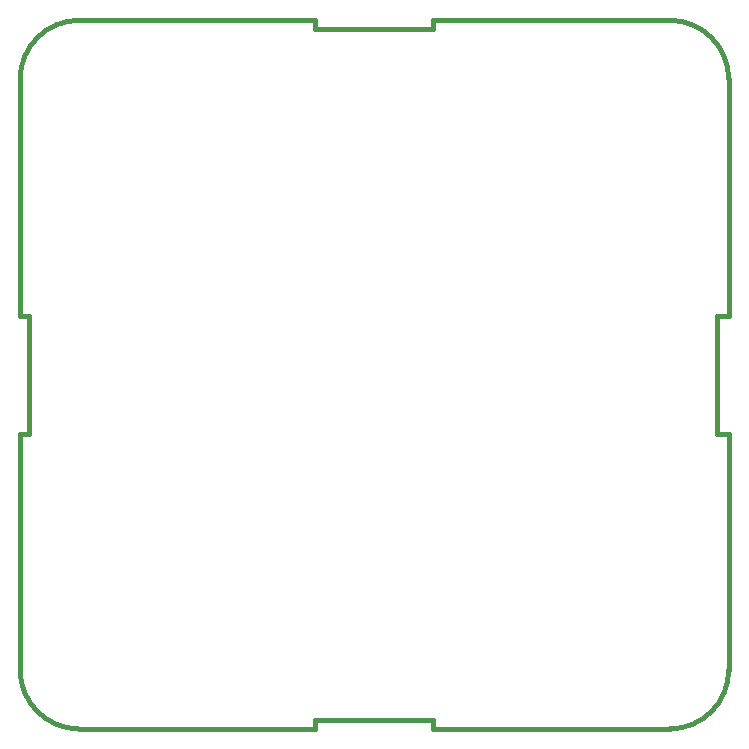
<source format=gbr>
%TF.GenerationSoftware,KiCad,Pcbnew,5.0.2-bee76a0~70~ubuntu16.04.1*%
%TF.CreationDate,2019-02-12T08:58:08+01:00*%
%TF.ProjectId,bcl4v2,62636c34-7632-42e6-9b69-6361645f7063,rev?*%
%TF.SameCoordinates,Original*%
%TF.FileFunction,Profile,NP*%
%FSLAX46Y46*%
G04 Gerber Fmt 4.6, Leading zero omitted, Abs format (unit mm)*
G04 Created by KiCad (PCBNEW 5.0.2-bee76a0~70~ubuntu16.04.1) date Út 12. únor 2019, 08:58:08 CET*
%MOMM*%
%LPD*%
G01*
G04 APERTURE LIST*
%ADD10C,0.381000*%
G04 APERTURE END LIST*
D10*
X70000000Y-95000000D02*
X70000000Y-75000000D01*
X70000000Y-125000000D02*
X70000000Y-105000000D01*
X95000000Y-130000000D02*
X75000000Y-130000000D01*
X125000000Y-130000000D02*
X105000000Y-130000000D01*
X130000000Y-105000000D02*
X130000000Y-125000000D01*
X130000000Y-75000000D02*
X130000000Y-95000000D01*
X105000000Y-70000000D02*
X125000000Y-70000000D01*
X75000000Y-70000000D02*
X95000000Y-70000000D01*
X75000000Y-130000000D02*
G75*
G02X70000000Y-125000000I0J5000000D01*
G01*
X130000000Y-125000000D02*
G75*
G02X125000000Y-130000000I-5000000J0D01*
G01*
X125000000Y-70000000D02*
G75*
G02X130000000Y-75000000I0J-5000000D01*
G01*
X70000000Y-75000000D02*
G75*
G02X75000000Y-70000000I5000000J0D01*
G01*
X105000000Y-70750000D02*
X105000000Y-70000000D01*
X95000000Y-70750000D02*
X105000000Y-70750000D01*
X95000000Y-70000000D02*
X95000000Y-70750000D01*
X70750000Y-105000000D02*
X70000000Y-105000000D01*
X70750000Y-95000000D02*
X70750000Y-105000000D01*
X70000000Y-95000000D02*
X70750000Y-95000000D01*
X105000000Y-129250000D02*
X105000000Y-130000000D01*
X95000000Y-129250000D02*
X105000000Y-129250000D01*
X95000000Y-130000000D02*
X95000000Y-129250000D01*
X129000000Y-105000000D02*
X130000000Y-105000000D01*
X129000000Y-95000000D02*
X129000000Y-105000000D01*
X130000000Y-95000000D02*
X129000000Y-95000000D01*
M02*

</source>
